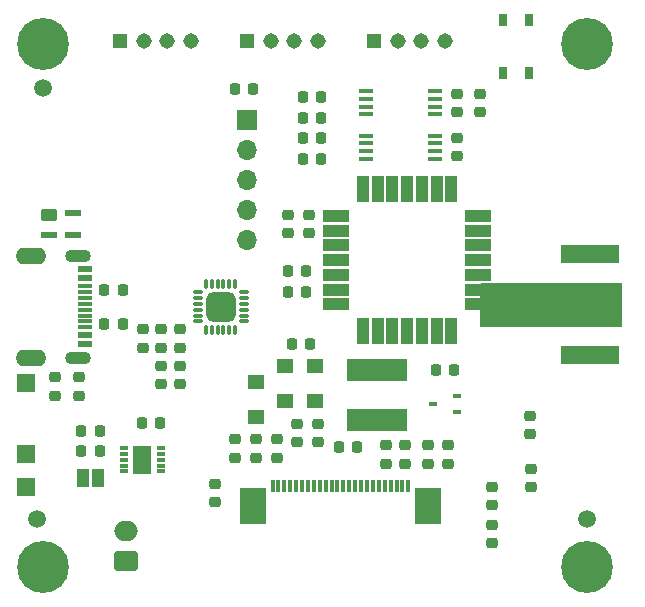
<source format=gbr>
%TF.GenerationSoftware,KiCad,Pcbnew,(6.0.8)*%
%TF.CreationDate,2023-02-07T11:28:49+01:00*%
%TF.ProjectId,MuMo-v2-Node,4d754d6f-2d76-4322-9d4e-6f64652e6b69,rev?*%
%TF.SameCoordinates,Original*%
%TF.FileFunction,Soldermask,Top*%
%TF.FilePolarity,Negative*%
%FSLAX46Y46*%
G04 Gerber Fmt 4.6, Leading zero omitted, Abs format (unit mm)*
G04 Created by KiCad (PCBNEW (6.0.8)) date 2023-02-07 11:28:49*
%MOMM*%
%LPD*%
G01*
G04 APERTURE LIST*
G04 Aperture macros list*
%AMRoundRect*
0 Rectangle with rounded corners*
0 $1 Rounding radius*
0 $2 $3 $4 $5 $6 $7 $8 $9 X,Y pos of 4 corners*
0 Add a 4 corners polygon primitive as box body*
4,1,4,$2,$3,$4,$5,$6,$7,$8,$9,$2,$3,0*
0 Add four circle primitives for the rounded corners*
1,1,$1+$1,$2,$3*
1,1,$1+$1,$4,$5*
1,1,$1+$1,$6,$7*
1,1,$1+$1,$8,$9*
0 Add four rect primitives between the rounded corners*
20,1,$1+$1,$2,$3,$4,$5,0*
20,1,$1+$1,$4,$5,$6,$7,0*
20,1,$1+$1,$6,$7,$8,$9,0*
20,1,$1+$1,$8,$9,$2,$3,0*%
G04 Aperture macros list end*
%ADD10RoundRect,0.225000X0.225000X0.250000X-0.225000X0.250000X-0.225000X-0.250000X0.225000X-0.250000X0*%
%ADD11RoundRect,0.225000X-0.250000X0.225000X-0.250000X-0.225000X0.250000X-0.225000X0.250000X0.225000X0*%
%ADD12RoundRect,0.225000X0.250000X-0.225000X0.250000X0.225000X-0.250000X0.225000X-0.250000X-0.225000X0*%
%ADD13R,2.300000X1.000000*%
%ADD14R,1.000000X2.300000*%
%ADD15R,1.400000X1.300000*%
%ADD16R,1.700000X1.700000*%
%ADD17O,1.700000X1.700000*%
%ADD18R,1.500000X1.500000*%
%ADD19RoundRect,0.087500X0.512500X0.087500X-0.512500X0.087500X-0.512500X-0.087500X0.512500X-0.087500X0*%
%ADD20R,0.700000X0.450000*%
%ADD21R,5.600000X1.500000*%
%ADD22R,4.900000X1.600000*%
%ADD23R,1.000000X1.500000*%
%ADD24R,5.100000X1.900000*%
%ADD25R,1.308000X1.308000*%
%ADD26C,1.308000*%
%ADD27C,1.500000*%
%ADD28R,0.650000X0.300000*%
%ADD29R,1.550000X2.480000*%
%ADD30RoundRect,0.099000X-0.551000X0.396000X-0.551000X-0.396000X0.551000X-0.396000X0.551000X0.396000X0*%
%ADD31RoundRect,0.059000X-0.591000X0.236000X-0.591000X-0.236000X0.591000X-0.236000X0.591000X0.236000X0*%
%ADD32RoundRect,0.250000X0.750000X-0.600000X0.750000X0.600000X-0.750000X0.600000X-0.750000X-0.600000X0*%
%ADD33O,2.000000X1.700000*%
%ADD34RoundRect,0.225000X-0.225000X-0.250000X0.225000X-0.250000X0.225000X0.250000X-0.225000X0.250000X0*%
%ADD35R,1.150000X0.600000*%
%ADD36R,1.150000X0.300000*%
%ADD37O,2.200000X1.100000*%
%ADD38O,2.600000X1.400000*%
%ADD39R,0.700000X1.000000*%
%ADD40C,4.400000*%
%ADD41R,2.300000X3.100000*%
%ADD42R,0.300000X1.100000*%
%ADD43RoundRect,0.075000X-0.350000X-0.075000X0.350000X-0.075000X0.350000X0.075000X-0.350000X0.075000X0*%
%ADD44RoundRect,0.637500X-0.637500X-0.637500X0.637500X-0.637500X0.637500X0.637500X-0.637500X0.637500X0*%
%ADD45RoundRect,0.075000X-0.075000X-0.350000X0.075000X-0.350000X0.075000X0.350000X-0.075000X0.350000X0*%
G04 APERTURE END LIST*
D10*
%TO.C,C26*%
X169555800Y-70308000D03*
X168005800Y-70308000D03*
%TD*%
D11*
%TO.C,C27*%
X168530800Y-75033000D03*
X168530800Y-76583000D03*
%TD*%
D12*
%TO.C,C29*%
X183030800Y-66333000D03*
X183030800Y-64783000D03*
%TD*%
%TO.C,C24*%
X187248800Y-93586600D03*
X187248800Y-92036600D03*
%TD*%
D13*
%TO.C,U2*%
X170834800Y-75117000D03*
X170834800Y-76367000D03*
X170834800Y-77617000D03*
X170834800Y-78867000D03*
X170834800Y-80117000D03*
X170834800Y-81367000D03*
X170834800Y-82617000D03*
D14*
X173084800Y-84867000D03*
X174334800Y-84867000D03*
X175584800Y-84867000D03*
X176834800Y-84867000D03*
X178084800Y-84867000D03*
X179334800Y-84867000D03*
X180584800Y-84867000D03*
D13*
X182834800Y-82617000D03*
X182834800Y-81367000D03*
X182834800Y-80117000D03*
X182834800Y-78867000D03*
X182834800Y-77617000D03*
X182834800Y-76367000D03*
X182834800Y-75117000D03*
D14*
X180584800Y-72867000D03*
X179334800Y-72867000D03*
X178084800Y-72867000D03*
X176834800Y-72867000D03*
X175584800Y-72867000D03*
X174334800Y-72867000D03*
X173084800Y-72867000D03*
%TD*%
D11*
%TO.C,C13*%
X167530800Y-92733000D03*
X167530800Y-94283000D03*
%TD*%
%TO.C,R10*%
X181030800Y-68533000D03*
X181030800Y-70083000D03*
%TD*%
D15*
%TO.C,D3*%
X169055800Y-90758000D03*
X169055800Y-87858000D03*
%TD*%
D10*
%TO.C,R3*%
X152755800Y-84258000D03*
X151205800Y-84258000D03*
%TD*%
D16*
%TO.C,CONN1*%
X163280800Y-67008000D03*
D17*
X163280800Y-69548000D03*
X163280800Y-72088000D03*
X163280800Y-74628000D03*
X163280800Y-77168000D03*
%TD*%
D18*
%TO.C,TP6*%
X144530800Y-95308000D03*
%TD*%
D11*
%TO.C,C14*%
X164030800Y-94033000D03*
X164030800Y-95583000D03*
%TD*%
D19*
%TO.C,U7*%
X179180800Y-66533000D03*
X179180800Y-65883000D03*
X179180800Y-65233000D03*
X179180800Y-64583000D03*
X173380800Y-64583000D03*
X173380800Y-65233000D03*
X173380800Y-65883000D03*
X173380800Y-66533000D03*
%TD*%
D20*
%TO.C,Q1*%
X181030800Y-91708000D03*
X181030800Y-90408000D03*
X179030800Y-91058000D03*
%TD*%
D12*
%TO.C,C18*%
X160530800Y-99333000D03*
X160530800Y-97783000D03*
%TD*%
D11*
%TO.C,C5*%
X156030800Y-84733000D03*
X156030800Y-86283000D03*
%TD*%
%TO.C,C4*%
X157630800Y-87833000D03*
X157630800Y-89383000D03*
%TD*%
D21*
%TO.C,CONN5*%
X191930800Y-82608000D03*
D22*
X192280800Y-86868000D03*
X192280800Y-78348000D03*
%TD*%
D23*
%TO.C,JP1*%
X150680800Y-97308000D03*
X149380800Y-97308000D03*
%TD*%
D15*
%TO.C,D1*%
X164030800Y-92108000D03*
X164030800Y-89208000D03*
%TD*%
D24*
%TO.C,L1*%
X174280800Y-92408000D03*
X174280800Y-88208000D03*
%TD*%
D11*
%TO.C,C8*%
X175030800Y-94533000D03*
X175030800Y-96083000D03*
%TD*%
%TO.C,C3*%
X156030800Y-87833000D03*
X156030800Y-89383000D03*
%TD*%
D10*
%TO.C,C23*%
X169555800Y-68558000D03*
X168005800Y-68558000D03*
%TD*%
D15*
%TO.C,D2*%
X166530800Y-87858000D03*
X166530800Y-90758000D03*
%TD*%
D10*
%TO.C,C19*%
X169555800Y-65058000D03*
X168005800Y-65058000D03*
%TD*%
D11*
%TO.C,R4*%
X147030800Y-88783000D03*
X147030800Y-90333000D03*
%TD*%
%TO.C,C10*%
X169280800Y-92733000D03*
X169280800Y-94283000D03*
%TD*%
%TO.C,C11*%
X165780800Y-94033000D03*
X165780800Y-95583000D03*
%TD*%
D12*
%TO.C,R7*%
X149030800Y-90333000D03*
X149030800Y-88783000D03*
%TD*%
D10*
%TO.C,R5*%
X152755800Y-81358000D03*
X151205800Y-81358000D03*
%TD*%
%TO.C,R1*%
X155943600Y-92658000D03*
X154393600Y-92658000D03*
%TD*%
D25*
%TO.C,CONN6*%
X174030800Y-60308000D03*
D26*
X176030800Y-60308000D03*
X178030800Y-60308000D03*
X180030800Y-60308000D03*
%TD*%
D11*
%TO.C,C16*%
X184030800Y-98083000D03*
X184030800Y-99633000D03*
%TD*%
D10*
%TO.C,C2*%
X150805800Y-95058000D03*
X149255800Y-95058000D03*
%TD*%
D27*
%TO.C,F3*%
X192030800Y-100808000D03*
%TD*%
D28*
%TO.C,U1*%
X152856600Y-94758000D03*
X152856600Y-95258000D03*
X152856600Y-95758000D03*
X152856600Y-96258000D03*
X152856600Y-96758000D03*
X155956600Y-96758000D03*
X155956600Y-96258000D03*
X155956600Y-95758000D03*
X155956600Y-95258000D03*
X155956600Y-94758000D03*
D29*
X154406600Y-95758000D03*
%TD*%
D30*
%TO.C,D4*%
X146505800Y-75048000D03*
D31*
X146505800Y-76768000D03*
X148555800Y-76768000D03*
X148555800Y-74848000D03*
%TD*%
D19*
%TO.C,U8*%
X179180800Y-70283000D03*
X179180800Y-69633000D03*
X179180800Y-68983000D03*
X179180800Y-68333000D03*
X173380800Y-68333000D03*
X173380800Y-68983000D03*
X173380800Y-69633000D03*
X173380800Y-70283000D03*
%TD*%
D32*
%TO.C,CONN2*%
X153030800Y-104308000D03*
D33*
X153030800Y-101808000D03*
%TD*%
D34*
%TO.C,R12*%
X166755800Y-79808000D03*
X168305800Y-79808000D03*
%TD*%
D11*
%TO.C,C21*%
X166780800Y-75033000D03*
X166780800Y-76583000D03*
%TD*%
%TO.C,R8*%
X178630800Y-94533000D03*
X178630800Y-96083000D03*
%TD*%
D35*
%TO.C,CONN4*%
X149535000Y-79604000D03*
X149535000Y-80404000D03*
D36*
X149535000Y-81554000D03*
X149535000Y-82554000D03*
X149535000Y-83054000D03*
X149535000Y-84054000D03*
D35*
X149535000Y-86004000D03*
X149535000Y-85204000D03*
D36*
X149535000Y-84554000D03*
X149535000Y-83554000D03*
X149535000Y-82054000D03*
X149535000Y-81054000D03*
D37*
X148960000Y-87124000D03*
D38*
X144960000Y-87124000D03*
D37*
X148960000Y-78484000D03*
D38*
X144960000Y-78484000D03*
%TD*%
D27*
%TO.C,F2*%
X145530800Y-100808000D03*
%TD*%
D12*
%TO.C,C22*%
X187280800Y-98083000D03*
X187280800Y-96533000D03*
%TD*%
D39*
%TO.C,SW2*%
X184955800Y-58558000D03*
X184955800Y-63058000D03*
X187105800Y-58558000D03*
X187105800Y-63058000D03*
%TD*%
D18*
%TO.C,TP4*%
X144530800Y-98058000D03*
%TD*%
D25*
%TO.C,CONN8*%
X152530800Y-60308000D03*
D26*
X154530800Y-60308000D03*
X156530800Y-60308000D03*
X158530800Y-60308000D03*
%TD*%
D11*
%TO.C,R9*%
X180330800Y-94533000D03*
X180330800Y-96083000D03*
%TD*%
D34*
%TO.C,C7*%
X167055800Y-85958000D03*
X168605800Y-85958000D03*
%TD*%
%TO.C,C12*%
X179255800Y-88208000D03*
X180805800Y-88208000D03*
%TD*%
D40*
%TO.C,H2*%
X192030800Y-104808000D03*
%TD*%
%TO.C,H3*%
X146030800Y-60558000D03*
%TD*%
D12*
%TO.C,C28*%
X181030800Y-66333000D03*
X181030800Y-64783000D03*
%TD*%
D10*
%TO.C,C17*%
X169555800Y-66808000D03*
X168005800Y-66808000D03*
%TD*%
%TO.C,C9*%
X172605800Y-94658000D03*
X171055800Y-94658000D03*
%TD*%
D40*
%TO.C,H1*%
X192030800Y-60558000D03*
%TD*%
D18*
%TO.C,TP7*%
X144530800Y-89308000D03*
%TD*%
D10*
%TO.C,C1*%
X150805800Y-93308000D03*
X149255800Y-93308000D03*
%TD*%
D27*
%TO.C,F1*%
X146030800Y-64308000D03*
%TD*%
D11*
%TO.C,C30*%
X176630800Y-94533000D03*
X176630800Y-96083000D03*
%TD*%
D41*
%TO.C,CONN3*%
X178600800Y-99658000D03*
X163760800Y-99658000D03*
D42*
X176930800Y-97958000D03*
X176430800Y-97958000D03*
X175930800Y-97958000D03*
X175430800Y-97958000D03*
X174930800Y-97958000D03*
X174430800Y-97958000D03*
X173930800Y-97958000D03*
X173430800Y-97958000D03*
X172930800Y-97958000D03*
X172430800Y-97958000D03*
X171930800Y-97958000D03*
X171430800Y-97958000D03*
X170930800Y-97958000D03*
X170430800Y-97958000D03*
X169930800Y-97958000D03*
X169430800Y-97958000D03*
X168930800Y-97958000D03*
X168430800Y-97958000D03*
X167930800Y-97958000D03*
X167430800Y-97958000D03*
X166930800Y-97958000D03*
X166430800Y-97958000D03*
X165930800Y-97958000D03*
X165430800Y-97958000D03*
%TD*%
D11*
%TO.C,R2*%
X154430800Y-84733000D03*
X154430800Y-86283000D03*
%TD*%
D12*
%TO.C,C20*%
X184030800Y-102833000D03*
X184030800Y-101283000D03*
%TD*%
D40*
%TO.C,H4*%
X146030800Y-104808000D03*
%TD*%
D11*
%TO.C,C6*%
X157630800Y-84733000D03*
X157630800Y-86283000D03*
%TD*%
D43*
%TO.C,U3*%
X159080800Y-81554000D03*
D44*
X161030800Y-82804000D03*
D43*
X159080800Y-82054000D03*
X159080800Y-82554000D03*
X159080800Y-83054000D03*
X159080800Y-83554000D03*
X159080800Y-84054000D03*
D45*
X159780800Y-84754000D03*
X160280800Y-84754000D03*
X160780800Y-84754000D03*
X161280800Y-84754000D03*
X161780800Y-84754000D03*
X162280800Y-84754000D03*
D43*
X162980800Y-84054000D03*
X162980800Y-83554000D03*
X162980800Y-83054000D03*
X162980800Y-82554000D03*
X162980800Y-82054000D03*
X162980800Y-81554000D03*
D45*
X162280800Y-80854000D03*
X161780800Y-80854000D03*
X161280800Y-80854000D03*
X160780800Y-80854000D03*
X160280800Y-80854000D03*
X159780800Y-80854000D03*
%TD*%
D11*
%TO.C,C15*%
X162280800Y-94033000D03*
X162280800Y-95583000D03*
%TD*%
D10*
%TO.C,C25*%
X163805800Y-64408000D03*
X162255800Y-64408000D03*
%TD*%
D34*
%TO.C,R11*%
X166755800Y-81558000D03*
X168305800Y-81558000D03*
%TD*%
D25*
%TO.C,CONN7*%
X163280800Y-60308000D03*
D26*
X165280800Y-60308000D03*
X167280800Y-60308000D03*
X169280800Y-60308000D03*
%TD*%
G36*
X194989991Y-80826907D02*
G01*
X195025955Y-80876407D01*
X195030800Y-80907000D01*
X195030800Y-84459000D01*
X195011893Y-84517191D01*
X194962393Y-84553155D01*
X194931800Y-84558000D01*
X183129800Y-84558000D01*
X183071609Y-84539093D01*
X183035645Y-84489593D01*
X183030800Y-84459000D01*
X183030800Y-80907000D01*
X183049707Y-80848809D01*
X183099207Y-80812845D01*
X183129800Y-80808000D01*
X194931800Y-80808000D01*
X194989991Y-80826907D01*
G37*
M02*

</source>
